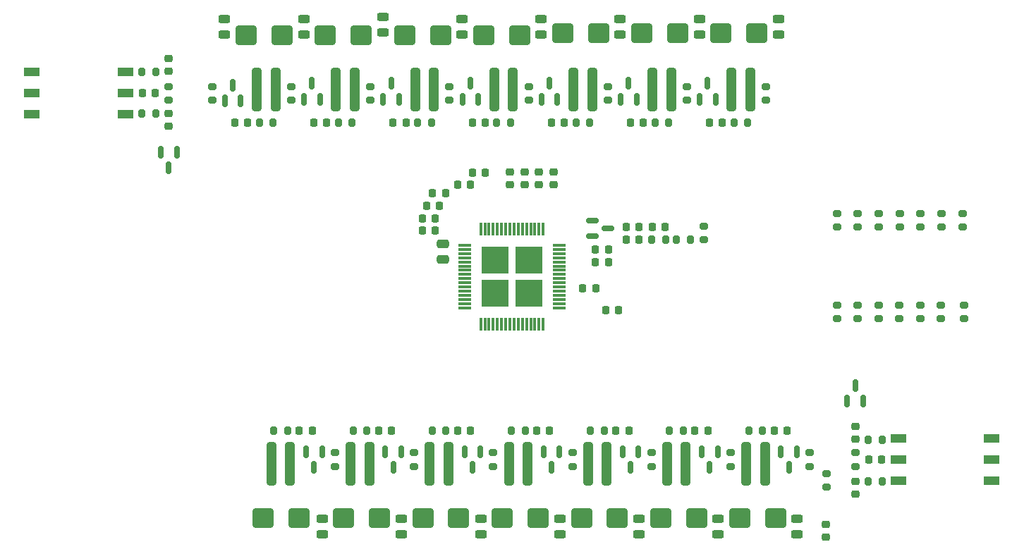
<source format=gbr>
%TF.GenerationSoftware,KiCad,Pcbnew,7.0.11-rc3*%
%TF.CreationDate,2025-03-16T23:24:32+08:00*%
%TF.ProjectId,BQ79616_BMS_14Ch,42513739-3631-4365-9f42-4d535f313443,V1.2*%
%TF.SameCoordinates,Original*%
%TF.FileFunction,Paste,Top*%
%TF.FilePolarity,Positive*%
%FSLAX46Y46*%
G04 Gerber Fmt 4.6, Leading zero omitted, Abs format (unit mm)*
G04 Created by KiCad (PCBNEW 7.0.11-rc3) date 2025-03-16 23:24:32*
%MOMM*%
%LPD*%
G01*
G04 APERTURE LIST*
G04 Aperture macros list*
%AMRoundRect*
0 Rectangle with rounded corners*
0 $1 Rounding radius*
0 $2 $3 $4 $5 $6 $7 $8 $9 X,Y pos of 4 corners*
0 Add a 4 corners polygon primitive as box body*
4,1,4,$2,$3,$4,$5,$6,$7,$8,$9,$2,$3,0*
0 Add four circle primitives for the rounded corners*
1,1,$1+$1,$2,$3*
1,1,$1+$1,$4,$5*
1,1,$1+$1,$6,$7*
1,1,$1+$1,$8,$9*
0 Add four rect primitives between the rounded corners*
20,1,$1+$1,$2,$3,$4,$5,0*
20,1,$1+$1,$4,$5,$6,$7,0*
20,1,$1+$1,$6,$7,$8,$9,0*
20,1,$1+$1,$8,$9,$2,$3,0*%
G04 Aperture macros list end*
%ADD10RoundRect,0.150000X0.150000X-0.587500X0.150000X0.587500X-0.150000X0.587500X-0.150000X-0.587500X0*%
%ADD11RoundRect,0.200000X-0.275000X0.200000X-0.275000X-0.200000X0.275000X-0.200000X0.275000X0.200000X0*%
%ADD12RoundRect,0.150000X-0.150000X0.587500X-0.150000X-0.587500X0.150000X-0.587500X0.150000X0.587500X0*%
%ADD13RoundRect,0.243750X-0.456250X0.243750X-0.456250X-0.243750X0.456250X-0.243750X0.456250X0.243750X0*%
%ADD14RoundRect,0.250000X-1.000000X-0.900000X1.000000X-0.900000X1.000000X0.900000X-1.000000X0.900000X0*%
%ADD15RoundRect,0.225000X0.250000X-0.225000X0.250000X0.225000X-0.250000X0.225000X-0.250000X-0.225000X0*%
%ADD16RoundRect,0.200000X0.275000X-0.200000X0.275000X0.200000X-0.275000X0.200000X-0.275000X-0.200000X0*%
%ADD17RoundRect,0.200000X-0.200000X-0.275000X0.200000X-0.275000X0.200000X0.275000X-0.200000X0.275000X0*%
%ADD18RoundRect,0.225000X0.225000X0.250000X-0.225000X0.250000X-0.225000X-0.250000X0.225000X-0.250000X0*%
%ADD19RoundRect,0.225000X-0.250000X0.225000X-0.250000X-0.225000X0.250000X-0.225000X0.250000X0.225000X0*%
%ADD20RoundRect,0.225000X-0.225000X-0.250000X0.225000X-0.250000X0.225000X0.250000X-0.225000X0.250000X0*%
%ADD21RoundRect,0.250000X-0.325000X-2.350000X0.325000X-2.350000X0.325000X2.350000X-0.325000X2.350000X0*%
%ADD22RoundRect,0.243750X0.456250X-0.243750X0.456250X0.243750X-0.456250X0.243750X-0.456250X-0.243750X0*%
%ADD23RoundRect,0.250000X0.325000X2.350000X-0.325000X2.350000X-0.325000X-2.350000X0.325000X-2.350000X0*%
%ADD24R,3.200000X3.200000*%
%ADD25R,1.500000X0.300000*%
%ADD26R,0.300000X1.500000*%
%ADD27RoundRect,0.250000X0.475000X-0.250000X0.475000X0.250000X-0.475000X0.250000X-0.475000X-0.250000X0*%
%ADD28RoundRect,0.250000X1.000000X0.900000X-1.000000X0.900000X-1.000000X-0.900000X1.000000X-0.900000X0*%
%ADD29RoundRect,0.150000X-0.587500X-0.150000X0.587500X-0.150000X0.587500X0.150000X-0.587500X0.150000X0*%
%ADD30RoundRect,0.200000X0.200000X0.275000X-0.200000X0.275000X-0.200000X-0.275000X0.200000X-0.275000X0*%
%ADD31R,1.830000X1.090000*%
%ADD32RoundRect,0.054500X0.860500X0.490500X-0.860500X0.490500X-0.860500X-0.490500X0.860500X-0.490500X0*%
%ADD33RoundRect,0.054500X-0.860500X-0.490500X0.860500X-0.490500X0.860500X0.490500X-0.860500X0.490500X0*%
%ADD34RoundRect,0.218750X-0.218750X-0.256250X0.218750X-0.256250X0.218750X0.256250X-0.218750X0.256250X0*%
G04 APERTURE END LIST*
D10*
%TO.C,Q8*%
X115550000Y-73937500D03*
X117450000Y-73937500D03*
X116500000Y-72062500D03*
%TD*%
D11*
%TO.C,R49*%
X201560000Y-87425000D03*
X201560000Y-89075000D03*
%TD*%
D12*
%TO.C,Q11*%
X146200000Y-116062500D03*
X144300000Y-116062500D03*
X145250000Y-117937500D03*
%TD*%
D13*
%TO.C,F8*%
X115500000Y-64062500D03*
X115500000Y-65937500D03*
%TD*%
D12*
%TO.C,Q13*%
X165200000Y-116062500D03*
X163300000Y-116062500D03*
X164250000Y-117937500D03*
%TD*%
D14*
%TO.C,D3*%
X156100000Y-65750000D03*
X160400000Y-65750000D03*
%TD*%
D15*
%TO.C,C36*%
X108800000Y-70375000D03*
X108800000Y-68825000D03*
%TD*%
D10*
%TO.C,Q6*%
X134550000Y-73687500D03*
X136450000Y-73687500D03*
X135500000Y-71812500D03*
%TD*%
D16*
%TO.C,R41*%
X128750000Y-117825000D03*
X128750000Y-116175000D03*
%TD*%
D17*
%TO.C,R66*%
X192775000Y-114600000D03*
X194425000Y-114600000D03*
%TD*%
D18*
%TO.C,C22*%
X140775000Y-88000000D03*
X139225000Y-88000000D03*
%TD*%
%TO.C,C9*%
X127775000Y-76500000D03*
X126225000Y-76500000D03*
%TD*%
D19*
%TO.C,C35*%
X108800000Y-75425000D03*
X108800000Y-76975000D03*
%TD*%
D20*
%TO.C,C11*%
X124475000Y-113500000D03*
X126025000Y-113500000D03*
%TD*%
D21*
%TO.C,R28*%
X140125000Y-117500000D03*
X142375000Y-117500000D03*
%TD*%
D16*
%TO.C,R44*%
X157250000Y-117825000D03*
X157250000Y-116175000D03*
%TD*%
D22*
%TO.C,F14*%
X174750000Y-125937500D03*
X174750000Y-124062500D03*
%TD*%
D14*
%TO.C,D1*%
X175100000Y-65750000D03*
X179400000Y-65750000D03*
%TD*%
D11*
%TO.C,R39*%
X123500000Y-72175000D03*
X123500000Y-73825000D03*
%TD*%
D20*
%TO.C,C31*%
X158500000Y-96400000D03*
X160050000Y-96400000D03*
%TD*%
D18*
%TO.C,C24*%
X142025000Y-85000000D03*
X140475000Y-85000000D03*
%TD*%
D10*
%TO.C,Q3*%
X163050000Y-73687500D03*
X164950000Y-73687500D03*
X164000000Y-71812500D03*
%TD*%
D23*
%TO.C,R25*%
X121625000Y-72500000D03*
X119375000Y-72500000D03*
%TD*%
D18*
%TO.C,C25*%
X145025000Y-84000000D03*
X143475000Y-84000000D03*
%TD*%
%TO.C,C1*%
X168375000Y-89050000D03*
X166825000Y-89050000D03*
%TD*%
D24*
%TO.C,U1*%
X148000000Y-93000000D03*
X148000000Y-97000000D03*
X152000000Y-93000000D03*
X152000000Y-97000000D03*
D25*
X144300000Y-91250000D03*
X144300000Y-91750000D03*
X144300000Y-92250000D03*
X144300000Y-92750000D03*
X144300000Y-93250000D03*
X144300000Y-93750000D03*
X144300000Y-94250000D03*
X144300000Y-94750000D03*
X144300000Y-95250000D03*
X144300000Y-95750000D03*
X144300000Y-96250000D03*
X144300000Y-96750000D03*
X144300000Y-97250000D03*
X144300000Y-97750000D03*
X144300000Y-98250000D03*
X144300000Y-98750000D03*
D26*
X146250000Y-100700000D03*
X146750000Y-100700000D03*
X147250000Y-100700000D03*
X147750000Y-100700000D03*
X148250000Y-100700000D03*
X148750000Y-100700000D03*
X149250000Y-100700000D03*
X149750000Y-100700000D03*
X150250000Y-100700000D03*
X150750000Y-100700000D03*
X151250000Y-100700000D03*
X151750000Y-100700000D03*
X152250000Y-100700000D03*
X152750000Y-100700000D03*
X153250000Y-100700000D03*
X153750000Y-100700000D03*
D25*
X155700000Y-98750000D03*
X155700000Y-98250000D03*
X155700000Y-97750000D03*
X155700000Y-97250000D03*
X155700000Y-96750000D03*
X155700000Y-96250000D03*
X155700000Y-95750000D03*
X155700000Y-95250000D03*
X155700000Y-94750000D03*
X155700000Y-94250000D03*
X155700000Y-93750000D03*
X155700000Y-93250000D03*
X155700000Y-92750000D03*
X155700000Y-92250000D03*
X155700000Y-91750000D03*
X155700000Y-91250000D03*
D26*
X153750000Y-89300000D03*
X153250000Y-89300000D03*
X152750000Y-89300000D03*
X152250000Y-89300000D03*
X151750000Y-89300000D03*
X151250000Y-89300000D03*
X150750000Y-89300000D03*
X150250000Y-89300000D03*
X149750000Y-89300000D03*
X149250000Y-89300000D03*
X148750000Y-89300000D03*
X148250000Y-89300000D03*
X147750000Y-89300000D03*
X147250000Y-89300000D03*
X146750000Y-89300000D03*
X146250000Y-89300000D03*
%TD*%
D27*
%TO.C,C3*%
X141750000Y-92950000D03*
X141750000Y-91050000D03*
%TD*%
D13*
%TO.C,F5*%
X144000000Y-64062500D03*
X144000000Y-65937500D03*
%TD*%
D22*
%TO.C,F12*%
X155750000Y-125937500D03*
X155750000Y-124062500D03*
%TD*%
D15*
%TO.C,C27*%
X149750000Y-83975000D03*
X149750000Y-82425000D03*
%TD*%
D14*
%TO.C,D7*%
X118100000Y-66000000D03*
X122400000Y-66000000D03*
%TD*%
D28*
%TO.C,D10*%
X143600000Y-124000000D03*
X139300000Y-124000000D03*
%TD*%
D20*
%TO.C,C16*%
X171975000Y-113500000D03*
X173525000Y-113500000D03*
%TD*%
D11*
%TO.C,R34*%
X171000000Y-72175000D03*
X171000000Y-73825000D03*
%TD*%
D28*
%TO.C,D13*%
X172150000Y-124050000D03*
X167850000Y-124050000D03*
%TD*%
D17*
%TO.C,R11*%
X121425000Y-113500000D03*
X123075000Y-113500000D03*
%TD*%
D29*
%TO.C,Q1*%
X159662500Y-88250000D03*
X159662500Y-90150000D03*
X161537500Y-89200000D03*
%TD*%
D30*
%TO.C,R5*%
X168825000Y-76500000D03*
X167175000Y-76500000D03*
%TD*%
D16*
%TO.C,R57*%
X201500000Y-100075000D03*
X201500000Y-98425000D03*
%TD*%
D28*
%TO.C,D11*%
X153150000Y-124000000D03*
X148850000Y-124000000D03*
%TD*%
D16*
%TO.C,R59*%
X196500000Y-100075000D03*
X196500000Y-98425000D03*
%TD*%
D15*
%TO.C,C33*%
X191200000Y-114575000D03*
X191200000Y-113025000D03*
%TD*%
D23*
%TO.C,R19*%
X178625000Y-72500000D03*
X176375000Y-72500000D03*
%TD*%
D16*
%TO.C,R47*%
X185750000Y-117825000D03*
X185750000Y-116175000D03*
%TD*%
D10*
%TO.C,Q4*%
X153550000Y-73687500D03*
X155450000Y-73687500D03*
X154500000Y-71812500D03*
%TD*%
D31*
%TO.C,TR2*%
X103620000Y-75540000D03*
D32*
X103620000Y-73000000D03*
X103620000Y-70460000D03*
X92380000Y-70460000D03*
X92380000Y-73000000D03*
X92380000Y-75540000D03*
%TD*%
D22*
%TO.C,F15*%
X184250000Y-125937500D03*
X184250000Y-124062500D03*
%TD*%
D20*
%TO.C,C30*%
X161225000Y-99000000D03*
X162775000Y-99000000D03*
%TD*%
D16*
%TO.C,R60*%
X194000000Y-100075000D03*
X194000000Y-98425000D03*
%TD*%
D18*
%TO.C,C4*%
X175275000Y-76500000D03*
X173725000Y-76500000D03*
%TD*%
D11*
%TO.C,R37*%
X142500000Y-72175000D03*
X142500000Y-73825000D03*
%TD*%
D23*
%TO.C,R24*%
X131125000Y-72500000D03*
X128875000Y-72500000D03*
%TD*%
D22*
%TO.C,F10*%
X136750000Y-125937500D03*
X136750000Y-124062500D03*
%TD*%
D21*
%TO.C,R29*%
X149625000Y-117500000D03*
X151875000Y-117500000D03*
%TD*%
D18*
%TO.C,C7*%
X146775000Y-76500000D03*
X145225000Y-76500000D03*
%TD*%
D11*
%TO.C,R33*%
X180500000Y-72175000D03*
X180500000Y-73825000D03*
%TD*%
D16*
%TO.C,R65*%
X108800000Y-73825000D03*
X108800000Y-72175000D03*
%TD*%
D11*
%TO.C,R40*%
X114000000Y-72175000D03*
X114000000Y-73825000D03*
%TD*%
D16*
%TO.C,R43*%
X147750000Y-117825000D03*
X147750000Y-116175000D03*
%TD*%
D23*
%TO.C,R22*%
X150125000Y-72500000D03*
X147875000Y-72500000D03*
%TD*%
D28*
%TO.C,D9*%
X134050000Y-124000000D03*
X129750000Y-124000000D03*
%TD*%
D11*
%TO.C,R53*%
X191520000Y-87425000D03*
X191520000Y-89075000D03*
%TD*%
D14*
%TO.C,D2*%
X165600000Y-65750000D03*
X169900000Y-65750000D03*
%TD*%
D16*
%TO.C,R61*%
X191500000Y-100075000D03*
X191500000Y-98425000D03*
%TD*%
D10*
%TO.C,D16*%
X190250000Y-109937500D03*
X192150000Y-109937500D03*
X191200000Y-108062500D03*
%TD*%
D30*
%TO.C,R4*%
X178325000Y-76500000D03*
X176675000Y-76500000D03*
%TD*%
D13*
%TO.C,F4*%
X153500000Y-64062500D03*
X153500000Y-65937500D03*
%TD*%
D11*
%TO.C,R48*%
X204070000Y-87425000D03*
X204070000Y-89075000D03*
%TD*%
%TO.C,R52*%
X194030000Y-87425000D03*
X194030000Y-89075000D03*
%TD*%
D21*
%TO.C,R32*%
X178125000Y-117500000D03*
X180375000Y-117500000D03*
%TD*%
D30*
%TO.C,R6*%
X159325000Y-76500000D03*
X157675000Y-76500000D03*
%TD*%
D16*
%TO.C,R62*%
X189000000Y-100075000D03*
X189000000Y-98425000D03*
%TD*%
D13*
%TO.C,F1*%
X182000000Y-64062500D03*
X182000000Y-65937500D03*
%TD*%
D18*
%TO.C,C2*%
X165275000Y-90550000D03*
X163725000Y-90550000D03*
%TD*%
D16*
%TO.C,R42*%
X138250000Y-117825000D03*
X138250000Y-116175000D03*
%TD*%
D30*
%TO.C,R69*%
X107225000Y-70400000D03*
X105575000Y-70400000D03*
%TD*%
D20*
%TO.C,C15*%
X162475000Y-113500000D03*
X164025000Y-113500000D03*
%TD*%
D18*
%TO.C,C8*%
X137275000Y-76500000D03*
X135725000Y-76500000D03*
%TD*%
D13*
%TO.C,F7*%
X125000000Y-64062500D03*
X125000000Y-65937500D03*
%TD*%
D14*
%TO.C,D6*%
X127600000Y-66050000D03*
X131900000Y-66050000D03*
%TD*%
D28*
%TO.C,D14*%
X181650000Y-124000000D03*
X177350000Y-124000000D03*
%TD*%
D17*
%TO.C,R67*%
X192775000Y-119600000D03*
X194425000Y-119600000D03*
%TD*%
D12*
%TO.C,Q15*%
X184200000Y-116062500D03*
X182300000Y-116062500D03*
X183250000Y-117937500D03*
%TD*%
D10*
%TO.C,Q2*%
X172550000Y-73687500D03*
X174450000Y-73687500D03*
X173500000Y-71812500D03*
%TD*%
D28*
%TO.C,D8*%
X124400000Y-124000000D03*
X120100000Y-124000000D03*
%TD*%
D18*
%TO.C,C21*%
X140775000Y-89500000D03*
X139225000Y-89500000D03*
%TD*%
D17*
%TO.C,R15*%
X159425000Y-113500000D03*
X161075000Y-113500000D03*
%TD*%
D20*
%TO.C,C38*%
X105625000Y-73000000D03*
X107175000Y-73000000D03*
%TD*%
D30*
%TO.C,R1*%
X171425000Y-90550000D03*
X169775000Y-90550000D03*
%TD*%
D31*
%TO.C,TR1*%
X196380000Y-114460000D03*
D33*
X196380000Y-117000000D03*
X196380000Y-119540000D03*
X207620000Y-119540000D03*
X207620000Y-117000000D03*
X207620000Y-114460000D03*
%TD*%
D10*
%TO.C,Q5*%
X144050000Y-73687500D03*
X145950000Y-73687500D03*
X145000000Y-71812500D03*
%TD*%
D12*
%TO.C,Q10*%
X136700000Y-116062500D03*
X134800000Y-116062500D03*
X135750000Y-117937500D03*
%TD*%
D22*
%TO.C,F11*%
X146250000Y-125937500D03*
X146250000Y-124062500D03*
%TD*%
D14*
%TO.C,D5*%
X137150000Y-66000000D03*
X141450000Y-66000000D03*
%TD*%
D11*
%TO.C,R35*%
X161500000Y-72175000D03*
X161500000Y-73825000D03*
%TD*%
D13*
%TO.C,F2*%
X172500000Y-64062500D03*
X172500000Y-65937500D03*
%TD*%
D30*
%TO.C,R8*%
X140325000Y-76500000D03*
X138675000Y-76500000D03*
%TD*%
D17*
%TO.C,R17*%
X178425000Y-113500000D03*
X180075000Y-113500000D03*
%TD*%
D20*
%TO.C,C14*%
X152975000Y-113500000D03*
X154525000Y-113500000D03*
%TD*%
D17*
%TO.C,R12*%
X130925000Y-113500000D03*
X132575000Y-113500000D03*
%TD*%
D22*
%TO.C,F9*%
X127250000Y-125937500D03*
X127250000Y-124062500D03*
%TD*%
D12*
%TO.C,Q14*%
X174700000Y-116062500D03*
X172800000Y-116062500D03*
X173750000Y-117937500D03*
%TD*%
D16*
%TO.C,R45*%
X166750000Y-117825000D03*
X166750000Y-116175000D03*
%TD*%
D11*
%TO.C,R54*%
X189010000Y-87425000D03*
X189010000Y-89075000D03*
%TD*%
D22*
%TO.C,F13*%
X165250000Y-125937500D03*
X165250000Y-124062500D03*
%TD*%
D19*
%TO.C,C18*%
X187700000Y-124750000D03*
X187700000Y-126300000D03*
%TD*%
D20*
%TO.C,C32*%
X160025000Y-93300000D03*
X161575000Y-93300000D03*
%TD*%
D19*
%TO.C,C34*%
X191200000Y-119625000D03*
X191200000Y-121175000D03*
%TD*%
D11*
%TO.C,R64*%
X191200000Y-116175000D03*
X191200000Y-117825000D03*
%TD*%
D16*
%TO.C,R58*%
X199000000Y-100075000D03*
X199000000Y-98425000D03*
%TD*%
D21*
%TO.C,R27*%
X130625000Y-117500000D03*
X132875000Y-117500000D03*
%TD*%
D10*
%TO.C,Q7*%
X125050000Y-73687500D03*
X126950000Y-73687500D03*
X126000000Y-71812500D03*
%TD*%
D17*
%TO.C,R16*%
X168925000Y-113500000D03*
X170575000Y-113500000D03*
%TD*%
D11*
%TO.C,R36*%
X152000000Y-72175000D03*
X152000000Y-73825000D03*
%TD*%
D16*
%TO.C,R18*%
X187750000Y-120325000D03*
X187750000Y-118675000D03*
%TD*%
D17*
%TO.C,R14*%
X149925000Y-113500000D03*
X151575000Y-113500000D03*
%TD*%
D11*
%TO.C,R50*%
X199050000Y-87425000D03*
X199050000Y-89075000D03*
%TD*%
D15*
%TO.C,C29*%
X153250000Y-83975000D03*
X153250000Y-82425000D03*
%TD*%
D18*
%TO.C,C5*%
X165775000Y-76500000D03*
X164225000Y-76500000D03*
%TD*%
D21*
%TO.C,R26*%
X121125000Y-117500000D03*
X123375000Y-117500000D03*
%TD*%
D16*
%TO.C,R46*%
X176250000Y-117825000D03*
X176250000Y-116175000D03*
%TD*%
D23*
%TO.C,R20*%
X169125000Y-72500000D03*
X166875000Y-72500000D03*
%TD*%
D12*
%TO.C,D17*%
X109750000Y-80062500D03*
X107850000Y-80062500D03*
X108800000Y-81937500D03*
%TD*%
D13*
%TO.C,F3*%
X163000000Y-64062500D03*
X163000000Y-65937500D03*
%TD*%
D14*
%TO.C,D4*%
X146650000Y-66000000D03*
X150950000Y-66000000D03*
%TD*%
D20*
%TO.C,C13*%
X143475000Y-113500000D03*
X145025000Y-113500000D03*
%TD*%
D30*
%TO.C,R7*%
X149825000Y-76500000D03*
X148175000Y-76500000D03*
%TD*%
D21*
%TO.C,R31*%
X168625000Y-117500000D03*
X170875000Y-117500000D03*
%TD*%
D11*
%TO.C,R38*%
X133000000Y-72175000D03*
X133000000Y-73825000D03*
%TD*%
D34*
%TO.C,D15*%
X163712500Y-89050000D03*
X165287500Y-89050000D03*
%TD*%
D16*
%TO.C,R2*%
X173000000Y-90575000D03*
X173000000Y-88925000D03*
%TD*%
D30*
%TO.C,R9*%
X130825000Y-76500000D03*
X129175000Y-76500000D03*
%TD*%
D18*
%TO.C,C10*%
X118275000Y-76500000D03*
X116725000Y-76500000D03*
%TD*%
D16*
%TO.C,R56*%
X204250000Y-100075000D03*
X204250000Y-98425000D03*
%TD*%
D30*
%TO.C,R3*%
X168425000Y-90550000D03*
X166775000Y-90550000D03*
%TD*%
D15*
%TO.C,C20*%
X155000000Y-83975000D03*
X155000000Y-82425000D03*
%TD*%
D18*
%TO.C,C23*%
X141275000Y-86500000D03*
X139725000Y-86500000D03*
%TD*%
D12*
%TO.C,Q12*%
X155700000Y-116062500D03*
X153800000Y-116062500D03*
X154750000Y-117937500D03*
%TD*%
D18*
%TO.C,C26*%
X146775000Y-82500000D03*
X145225000Y-82500000D03*
%TD*%
D23*
%TO.C,R23*%
X140625000Y-72500000D03*
X138375000Y-72500000D03*
%TD*%
D11*
%TO.C,R51*%
X196540000Y-87425000D03*
X196540000Y-89075000D03*
%TD*%
D28*
%TO.C,D12*%
X162650000Y-124000000D03*
X158350000Y-124000000D03*
%TD*%
D20*
%TO.C,C12*%
X133975000Y-113500000D03*
X135525000Y-113500000D03*
%TD*%
D30*
%TO.C,R10*%
X121325000Y-76500000D03*
X119675000Y-76500000D03*
%TD*%
D17*
%TO.C,R13*%
X140425000Y-113500000D03*
X142075000Y-113500000D03*
%TD*%
D30*
%TO.C,R68*%
X107225000Y-75400000D03*
X105575000Y-75400000D03*
%TD*%
D18*
%TO.C,C6*%
X156275000Y-76500000D03*
X154725000Y-76500000D03*
%TD*%
D12*
%TO.C,Q9*%
X127200000Y-116062500D03*
X125300000Y-116062500D03*
X126250000Y-117937500D03*
%TD*%
D20*
%TO.C,C19*%
X160025000Y-91800000D03*
X161575000Y-91800000D03*
%TD*%
%TO.C,C17*%
X181475000Y-113500000D03*
X183025000Y-113500000D03*
%TD*%
D13*
%TO.C,F6*%
X134500000Y-63812500D03*
X134500000Y-65687500D03*
%TD*%
D21*
%TO.C,R30*%
X159125000Y-117500000D03*
X161375000Y-117500000D03*
%TD*%
D18*
%TO.C,C37*%
X194375000Y-117000000D03*
X192825000Y-117000000D03*
%TD*%
D15*
%TO.C,C28*%
X151500000Y-83975000D03*
X151500000Y-82425000D03*
%TD*%
D23*
%TO.C,R21*%
X159625000Y-72500000D03*
X157375000Y-72500000D03*
%TD*%
M02*

</source>
